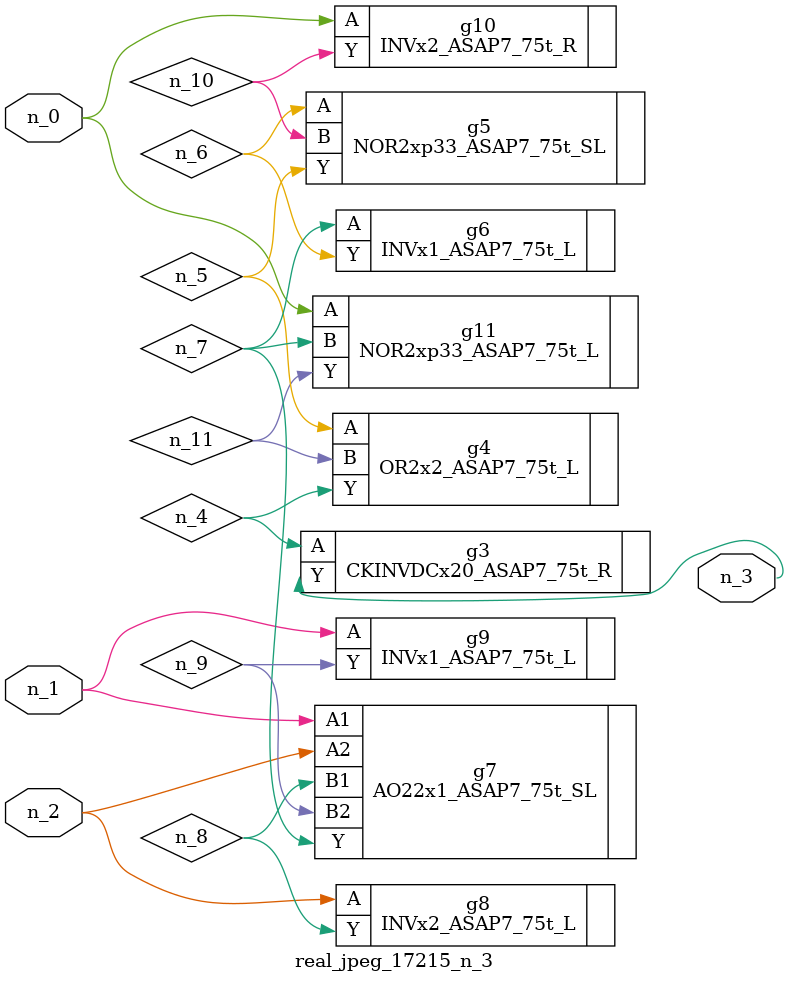
<source format=v>
module real_jpeg_17215_n_3 (n_1, n_0, n_2, n_3);

input n_1;
input n_0;
input n_2;

output n_3;

wire n_5;
wire n_8;
wire n_4;
wire n_11;
wire n_6;
wire n_7;
wire n_10;
wire n_9;

INVx2_ASAP7_75t_R g10 ( 
.A(n_0),
.Y(n_10)
);

NOR2xp33_ASAP7_75t_L g11 ( 
.A(n_0),
.B(n_7),
.Y(n_11)
);

AO22x1_ASAP7_75t_SL g7 ( 
.A1(n_1),
.A2(n_2),
.B1(n_8),
.B2(n_9),
.Y(n_7)
);

INVx1_ASAP7_75t_L g9 ( 
.A(n_1),
.Y(n_9)
);

INVx2_ASAP7_75t_L g8 ( 
.A(n_2),
.Y(n_8)
);

CKINVDCx20_ASAP7_75t_R g3 ( 
.A(n_4),
.Y(n_3)
);

OR2x2_ASAP7_75t_L g4 ( 
.A(n_5),
.B(n_11),
.Y(n_4)
);

NOR2xp33_ASAP7_75t_SL g5 ( 
.A(n_6),
.B(n_10),
.Y(n_5)
);

INVx1_ASAP7_75t_L g6 ( 
.A(n_7),
.Y(n_6)
);


endmodule
</source>
